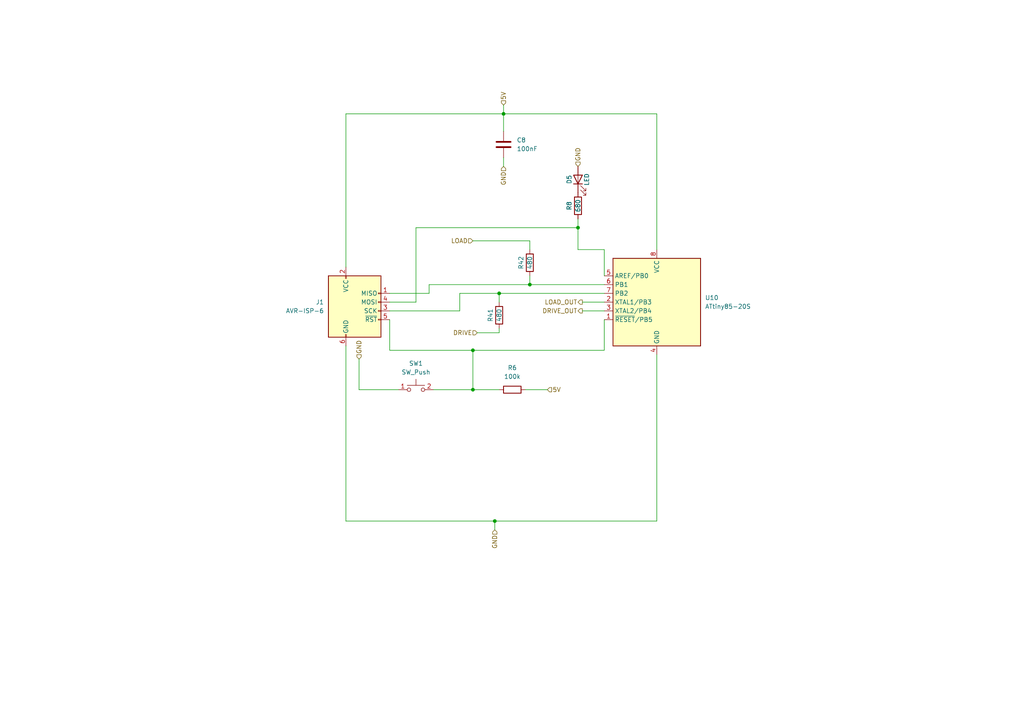
<source format=kicad_sch>
(kicad_sch (version 20211123) (generator eeschema)
  (paper "A4")
  (lib_symbols
    (symbol "Connector:AVR-ISP-6" (pin_names (offset 1.016))
      (property "Reference" "J" (at -6.35 11.43 0))
      (property "Value" "AVR-ISP-6" (at 0 11.43 0))
      (symbol "AVR-ISP-6_0_1"
        (rectangle (start -2.667 -6.858) (end -2.413 -7.62))
        (rectangle (start -2.667 10.16) (end -2.413 9.398))
        (rectangle (start 7.62 -2.413) (end 6.858 -2.667))
        (rectangle (start 7.62 0.127) (end 6.858 -0.127))
        (rectangle (start 7.62 2.667) (end 6.858 2.413))
        (rectangle (start 7.62 5.207) (end 6.858 4.953))
        (rectangle (start 7.62 10.16) (end -7.62 -7.62) (stroke (width 0.254)) (fill (type background)))
      )
      (symbol "AVR-ISP-6_1_1"
        (pin passive line (at 10.16 5.08 180) (length 2.54) (name "MISO") (number "1"))
        (pin passive line (at -2.54 12.7 270) (length 2.54) (name "VCC") (number "2"))
        (pin passive line (at 10.16 0 180) (length 2.54) (name "SCK") (number "3"))
        (pin passive line (at 10.16 2.54 180) (length 2.54) (name "MOSI") (number "4"))
        (pin passive line (at 10.16 -2.54 180) (length 2.54) (name "~{RST}") (number "5"))
        (pin passive line (at -2.54 -10.16 90) (length 2.54) (name "GND") (number "6"))
      )
    )
    (symbol "Device:C" (pin_numbers hide) (pin_names (offset 0.254))
      (property "Reference" "C" (at 0.635 2.54 0))
      (property "Value" "C" (at 0.635 -2.54 0))
      (symbol "C_0_1"
        (polyline (pts (xy -2.032 -0.762) (xy 2.032 -0.762)) (stroke (width 0.508)))
        (polyline (pts (xy -2.032 0.762) (xy 2.032 0.762)) (stroke (width 0.508)))
      )
      (symbol "C_1_1"
        (pin passive line (at 0 3.81 270) (length 2.794) (name "~") (number "1"))
        (pin passive line (at 0 -3.81 90) (length 2.794) (name "~") (number "2"))
      )
    )
    (symbol "Device:LED" (pin_numbers hide) (pin_names (offset 1.016) hide)
      (property "Reference" "D" (at 0 2.54 0))
      (property "Value" "LED" (at 0 -2.54 0))
      (symbol "LED_0_1"
        (polyline (pts (xy -1.27 -1.27) (xy -1.27 1.27)) (stroke (width 0.254)))
        (polyline (pts (xy -1.27 0) (xy 1.27 0)))
        (polyline (pts (xy 1.27 -1.27) (xy 1.27 1.27) (xy -1.27 0) (xy 1.27 -1.27)) (stroke (width 0.254)))
        (polyline (pts (xy -3.048 -0.762) (xy -4.572 -2.286) (xy -3.81 -2.286) (xy -4.572 -2.286) (xy -4.572 -1.524)))
        (polyline (pts (xy -1.778 -0.762) (xy -3.302 -2.286) (xy -2.54 -2.286) (xy -3.302 -2.286) (xy -3.302 -1.524)))
      )
      (symbol "LED_1_1"
        (pin passive line (at -3.81 0 0) (length 2.54) (name "K") (number "1"))
        (pin passive line (at 3.81 0 180) (length 2.54) (name "A") (number "2"))
      )
    )
    (symbol "Device:R" (pin_numbers hide) (pin_names (offset 0))
      (property "Reference" "R" (at 2.032 0 90))
      (property "Value" "R" (at 0 0 90))
      (symbol "R_0_1"
        (rectangle (start -1.016 -2.54) (end 1.016 2.54) (stroke (width 0.254)))
      )
      (symbol "R_1_1"
        (pin passive line (at 0 3.81 270) (length 1.27) (name "~") (number "1"))
        (pin passive line (at 0 -3.81 90) (length 1.27) (name "~") (number "2"))
      )
    )
    (symbol "Eralp's Library:SW_Push" (pin_names (offset 1.016) hide)
      (property "Reference" "SW" (at 1.27 2.54 0))
      (property "Value" "SW_Push" (at 0 -1.524 0))
      (symbol "SW_Push_0_1"
        (circle (center -2.032 0) (radius 0.508))
        (polyline (pts (xy 0 1.27) (xy 0 3.048)))
        (polyline (pts (xy 2.54 1.27) (xy -2.54 1.27)))
        (circle (center 2.032 0) (radius 0.508))
        (pin passive line (at -5.08 0 0) (length 2.54) (name "1") (number "1"))
        (pin passive line (at 5.08 0 180) (length 2.54) (name "2") (number "2"))
      )
    )
    (symbol "MCU_Microchip_ATtiny:ATtiny85-20S"
      (property "Reference" "U" (at -12.7 13.97 0))
      (property "Value" "ATtiny85-20S" (at 2.54 -13.97 0))
      (symbol "ATtiny85-20S_0_1"
        (rectangle (start -12.7 -12.7) (end 12.7 12.7) (stroke (width 0.254)) (fill (type background)))
      )
      (symbol "ATtiny85-20S_1_1"
        (pin bidirectional line (at 15.24 -5.08 180) (length 2.54) (name "~{RESET}/PB5") (number "1"))
        (pin bidirectional line (at 15.24 0 180) (length 2.54) (name "XTAL1/PB3") (number "2"))
        (pin bidirectional line (at 15.24 -2.54 180) (length 2.54) (name "XTAL2/PB4") (number "3"))
        (pin power_in line (at 0 -15.24 90) (length 2.54) (name "GND") (number "4"))
        (pin bidirectional line (at 15.24 7.62 180) (length 2.54) (name "AREF/PB0") (number "5"))
        (pin bidirectional line (at 15.24 5.08 180) (length 2.54) (name "PB1") (number "6"))
        (pin bidirectional line (at 15.24 2.54 180) (length 2.54) (name "PB2") (number "7"))
        (pin power_in line (at 0 15.24 270) (length 2.54) (name "VCC") (number "8"))
      )
    )
  )
  (junction (at 167.64 66.04))
  (junction (at 137.16 113.03))
  (junction (at 153.67 82.55))
  (junction (at 144.78 85.09))
  (junction (at 146.05 33.02))
  (junction (at 143.51 151.13))
  (junction (at 137.16 101.6))
  (wire (pts (xy 175.26 72.39) (xy 175.26 80.01)))
  (wire (pts (xy 113.03 92.71) (xy 113.03 101.6)))
  (wire (pts (xy 104.14 104.14) (xy 104.14 113.03)))
  (wire (pts (xy 190.5 102.87) (xy 190.5 151.13)))
  (wire (pts (xy 100.33 33.02) (xy 146.05 33.02)))
  (wire (pts (xy 113.03 90.17) (xy 133.35 90.17)))
  (wire (pts (xy 146.05 33.02) (xy 146.05 38.1)))
  (wire (pts (xy 137.16 113.03) (xy 144.78 113.03)))
  (wire (pts (xy 143.51 151.13) (xy 190.5 151.13)))
  (wire (pts (xy 167.64 72.39) (xy 175.26 72.39)))
  (wire (pts (xy 133.35 90.17) (xy 133.35 85.09)))
  (wire (pts (xy 144.78 85.09) (xy 175.26 85.09)))
  (wire (pts (xy 113.03 101.6) (xy 137.16 101.6)))
  (wire (pts (xy 100.33 100.33) (xy 100.33 151.13)))
  (wire (pts (xy 168.91 87.63) (xy 175.26 87.63)))
  (wire (pts (xy 144.78 95.25) (xy 144.78 96.52)))
  (wire (pts (xy 100.33 77.47) (xy 100.33 33.02)))
  (wire (pts (xy 113.03 87.63) (xy 120.65 87.63)))
  (wire (pts (xy 113.03 85.09) (xy 124.46 85.09)))
  (wire (pts (xy 137.16 101.6) (xy 175.26 101.6)))
  (wire (pts (xy 153.67 69.85) (xy 137.16 69.85)))
  (wire (pts (xy 144.78 85.09) (xy 144.78 87.63)))
  (wire (pts (xy 143.51 151.13) (xy 143.51 153.67)))
  (wire (pts (xy 120.65 87.63) (xy 120.65 66.04)))
  (wire (pts (xy 144.78 96.52) (xy 138.43 96.52)))
  (wire (pts (xy 167.64 63.5) (xy 167.64 66.04)))
  (wire (pts (xy 153.67 72.39) (xy 153.67 69.85)))
  (wire (pts (xy 146.05 30.48) (xy 146.05 33.02)))
  (wire (pts (xy 104.14 113.03) (xy 115.57 113.03)))
  (wire (pts (xy 152.4 113.03) (xy 158.75 113.03)))
  (wire (pts (xy 146.05 45.72) (xy 146.05 48.26)))
  (wire (pts (xy 133.35 85.09) (xy 144.78 85.09)))
  (wire (pts (xy 124.46 85.09) (xy 124.46 82.55)))
  (wire (pts (xy 167.64 66.04) (xy 167.64 72.39)))
  (wire (pts (xy 175.26 101.6) (xy 175.26 92.71)))
  (wire (pts (xy 137.16 101.6) (xy 137.16 113.03)))
  (wire (pts (xy 153.67 82.55) (xy 175.26 82.55)))
  (wire (pts (xy 146.05 33.02) (xy 190.5 33.02)))
  (wire (pts (xy 190.5 33.02) (xy 190.5 72.39)))
  (wire (pts (xy 125.73 113.03) (xy 137.16 113.03)))
  (wire (pts (xy 120.65 66.04) (xy 167.64 66.04)))
  (wire (pts (xy 124.46 82.55) (xy 153.67 82.55)))
  (wire (pts (xy 168.91 90.17) (xy 175.26 90.17)))
  (wire (pts (xy 153.67 80.01) (xy 153.67 82.55)))
  (wire (pts (xy 100.33 151.13) (xy 143.51 151.13)))
  (hierarchical_label "GND" (shape input) (at 104.14 104.14 90))
  (hierarchical_label "DRIVE_OUT" (shape output) (at 168.91 90.17 180))
  (hierarchical_label "GND" (shape input) (at 143.51 153.67 270))
  (hierarchical_label "LOAD_OUT" (shape output) (at 168.91 87.63 180))
  (hierarchical_label "GND" (shape input) (at 167.64 48.26 90))
  (hierarchical_label "5V" (shape input) (at 158.75 113.03 0))
  (hierarchical_label "DRIVE" (shape input) (at 138.43 96.52 180))
  (hierarchical_label "GND" (shape input) (at 146.05 48.26 270))
  (hierarchical_label "LOAD" (shape input) (at 137.16 69.85 180))
  (hierarchical_label "5V" (shape input) (at 146.05 30.48 90))
  (symbol (lib_id "MCU_Microchip_ATtiny:ATtiny85-20S") (at 190.5 87.63 0) (mirror y) (unit 1)
    (property "Reference" "U10" (at 204.47 86.3599 0) (effects (justify right)))
    (property "Value" "ATtiny85-20S" (at 204.47 88.8999 0) (effects (justify right)))
    (property "Footprint" "Package_SO:SOIC-8W_5.3x5.3mm_P1.27mm" (effects hide))
    (property "Datasheet" "http://ww1.microchip.com/downloads/en/DeviceDoc/atmel-2586-avr-8-bit-microcontroller-attiny25-attiny45-attiny85_datasheet.pdf" (effects hide))
  )
  (symbol (lib_id "Device:R") (at 167.64 59.69 180) (unit 1)
    (property "Reference" "R8" (at 165.1 59.69 90))
    (property "Value" "680" (at 167.64 59.69 90))
    (property "Footprint" "Resistor_SMD:R_0805_2012Metric_Pad1.20x1.40mm_HandSolder" (effects hide))
  )
  (symbol (lib_id "Device:R") (at 144.78 91.44 180) (unit 1)
    (property "Reference" "R41" (at 142.24 91.44 90))
    (property "Value" "480" (at 144.78 91.44 90))
    (property "Footprint" "Resistor_SMD:R_0805_2012Metric_Pad1.20x1.40mm_HandSolder" (effects hide))
  )
  (symbol (lib_id "Device:C") (at 146.05 41.91 0) (unit 1)
    (property "Reference" "C8" (at 149.86 40.6399 0) (effects (justify left)))
    (property "Value" "100nF" (at 149.86 43.1799 0) (effects (justify left)))
    (property "Footprint" "Capacitor_SMD:C_0805_2012Metric_Pad1.18x1.45mm_HandSolder" (effects hide))
  )
  (symbol (lib_id "Connector:AVR-ISP-6") (at 102.87 90.17 0) (unit 1)
    (property "Reference" "J1" (at 93.98 87.6299 0) (effects (justify right)))
    (property "Value" "AVR-ISP-6" (at 93.98 90.1699 0) (effects (justify right)))
    (property "Footprint" "Connector_PinHeader_2.54mm:PinHeader_2x03_P2.54mm_Vertical" (effects hide))
    (property "Datasheet" " ~" (effects hide))
  )
  (symbol (lib_id "Device:R") (at 153.67 76.2 180) (unit 1)
    (property "Reference" "R42" (at 151.13 76.2 90))
    (property "Value" "480" (at 153.67 76.2 90))
    (property "Footprint" "Resistor_SMD:R_0805_2012Metric_Pad1.20x1.40mm_HandSolder" (effects hide))
  )
  (symbol (lib_id "Device:R") (at 148.59 113.03 90) (unit 1)
    (property "Reference" "R6" (at 148.59 106.68 90))
    (property "Value" "100k" (at 148.59 109.22 90))
    (property "Footprint" "Resistor_SMD:R_0805_2012Metric_Pad1.20x1.40mm_HandSolder" (effects hide))
  )
  (symbol (lib_id "Device:LED") (at 167.64 52.07 90) (unit 1)
    (property "Reference" "D5" (at 165.1 52.07 0))
    (property "Value" "LED" (at 170.18 52.07 0))
    (property "Footprint" "LED_SMD:LED_0805_2012Metric_Pad1.15x1.40mm_HandSolder" (effects hide))
  )
  (symbol (lib_id "Eralp's Library:SW_Push") (at 120.65 113.03 0) (unit 1)
    (property "Reference" "SW1" (at 120.65 105.41 0))
    (property "Value" "SW_Push" (at 120.65 107.95 0))
    (property "Footprint" "Button_Switch_SMD:13019319" (effects hide))
  )
)
</source>
